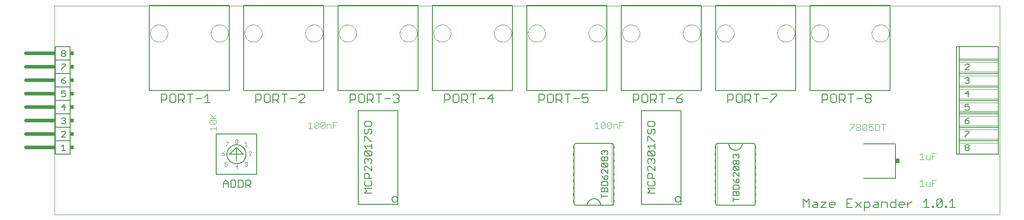
<source format=gto>
G75*
%MOIN*%
%OFA0B0*%
%FSLAX24Y24*%
%IPPOS*%
%LPD*%
%AMOC8*
5,1,8,0,0,1.08239X$1,22.5*
%
%ADD10C,0.0000*%
%ADD11C,0.0070*%
%ADD12C,0.0060*%
%ADD13C,0.0020*%
%ADD14R,0.0050X0.0200*%
%ADD15C,0.0050*%
%ADD16C,0.0080*%
%ADD17C,0.0040*%
%ADD18R,0.0300X0.0340*%
%ADD19C,0.0260*%
%ADD20R,0.0300X0.0260*%
%ADD21R,0.0260X0.0260*%
%ADD22C,0.0030*%
D10*
X005333Y000180D02*
X005333Y015731D01*
X075412Y015731D01*
X075412Y000180D01*
X005333Y000180D01*
X012443Y013680D02*
X012445Y013730D01*
X012451Y013780D01*
X012461Y013829D01*
X012474Y013878D01*
X012492Y013925D01*
X012513Y013971D01*
X012537Y014014D01*
X012565Y014056D01*
X012596Y014096D01*
X012630Y014133D01*
X012667Y014167D01*
X012707Y014198D01*
X012749Y014226D01*
X012792Y014250D01*
X012838Y014271D01*
X012885Y014289D01*
X012934Y014302D01*
X012983Y014312D01*
X013033Y014318D01*
X013083Y014320D01*
X013133Y014318D01*
X013183Y014312D01*
X013232Y014302D01*
X013281Y014289D01*
X013328Y014271D01*
X013374Y014250D01*
X013417Y014226D01*
X013459Y014198D01*
X013499Y014167D01*
X013536Y014133D01*
X013570Y014096D01*
X013601Y014056D01*
X013629Y014014D01*
X013653Y013971D01*
X013674Y013925D01*
X013692Y013878D01*
X013705Y013829D01*
X013715Y013780D01*
X013721Y013730D01*
X013723Y013680D01*
X013721Y013630D01*
X013715Y013580D01*
X013705Y013531D01*
X013692Y013482D01*
X013674Y013435D01*
X013653Y013389D01*
X013629Y013346D01*
X013601Y013304D01*
X013570Y013264D01*
X013536Y013227D01*
X013499Y013193D01*
X013459Y013162D01*
X013417Y013134D01*
X013374Y013110D01*
X013328Y013089D01*
X013281Y013071D01*
X013232Y013058D01*
X013183Y013048D01*
X013133Y013042D01*
X013083Y013040D01*
X013033Y013042D01*
X012983Y013048D01*
X012934Y013058D01*
X012885Y013071D01*
X012838Y013089D01*
X012792Y013110D01*
X012749Y013134D01*
X012707Y013162D01*
X012667Y013193D01*
X012630Y013227D01*
X012596Y013264D01*
X012565Y013304D01*
X012537Y013346D01*
X012513Y013389D01*
X012492Y013435D01*
X012474Y013482D01*
X012461Y013531D01*
X012451Y013580D01*
X012445Y013630D01*
X012443Y013680D01*
X016943Y013680D02*
X016945Y013730D01*
X016951Y013780D01*
X016961Y013829D01*
X016974Y013878D01*
X016992Y013925D01*
X017013Y013971D01*
X017037Y014014D01*
X017065Y014056D01*
X017096Y014096D01*
X017130Y014133D01*
X017167Y014167D01*
X017207Y014198D01*
X017249Y014226D01*
X017292Y014250D01*
X017338Y014271D01*
X017385Y014289D01*
X017434Y014302D01*
X017483Y014312D01*
X017533Y014318D01*
X017583Y014320D01*
X017633Y014318D01*
X017683Y014312D01*
X017732Y014302D01*
X017781Y014289D01*
X017828Y014271D01*
X017874Y014250D01*
X017917Y014226D01*
X017959Y014198D01*
X017999Y014167D01*
X018036Y014133D01*
X018070Y014096D01*
X018101Y014056D01*
X018129Y014014D01*
X018153Y013971D01*
X018174Y013925D01*
X018192Y013878D01*
X018205Y013829D01*
X018215Y013780D01*
X018221Y013730D01*
X018223Y013680D01*
X018221Y013630D01*
X018215Y013580D01*
X018205Y013531D01*
X018192Y013482D01*
X018174Y013435D01*
X018153Y013389D01*
X018129Y013346D01*
X018101Y013304D01*
X018070Y013264D01*
X018036Y013227D01*
X017999Y013193D01*
X017959Y013162D01*
X017917Y013134D01*
X017874Y013110D01*
X017828Y013089D01*
X017781Y013071D01*
X017732Y013058D01*
X017683Y013048D01*
X017633Y013042D01*
X017583Y013040D01*
X017533Y013042D01*
X017483Y013048D01*
X017434Y013058D01*
X017385Y013071D01*
X017338Y013089D01*
X017292Y013110D01*
X017249Y013134D01*
X017207Y013162D01*
X017167Y013193D01*
X017130Y013227D01*
X017096Y013264D01*
X017065Y013304D01*
X017037Y013346D01*
X017013Y013389D01*
X016992Y013435D01*
X016974Y013482D01*
X016961Y013531D01*
X016951Y013580D01*
X016945Y013630D01*
X016943Y013680D01*
X019443Y013680D02*
X019445Y013730D01*
X019451Y013780D01*
X019461Y013829D01*
X019474Y013878D01*
X019492Y013925D01*
X019513Y013971D01*
X019537Y014014D01*
X019565Y014056D01*
X019596Y014096D01*
X019630Y014133D01*
X019667Y014167D01*
X019707Y014198D01*
X019749Y014226D01*
X019792Y014250D01*
X019838Y014271D01*
X019885Y014289D01*
X019934Y014302D01*
X019983Y014312D01*
X020033Y014318D01*
X020083Y014320D01*
X020133Y014318D01*
X020183Y014312D01*
X020232Y014302D01*
X020281Y014289D01*
X020328Y014271D01*
X020374Y014250D01*
X020417Y014226D01*
X020459Y014198D01*
X020499Y014167D01*
X020536Y014133D01*
X020570Y014096D01*
X020601Y014056D01*
X020629Y014014D01*
X020653Y013971D01*
X020674Y013925D01*
X020692Y013878D01*
X020705Y013829D01*
X020715Y013780D01*
X020721Y013730D01*
X020723Y013680D01*
X020721Y013630D01*
X020715Y013580D01*
X020705Y013531D01*
X020692Y013482D01*
X020674Y013435D01*
X020653Y013389D01*
X020629Y013346D01*
X020601Y013304D01*
X020570Y013264D01*
X020536Y013227D01*
X020499Y013193D01*
X020459Y013162D01*
X020417Y013134D01*
X020374Y013110D01*
X020328Y013089D01*
X020281Y013071D01*
X020232Y013058D01*
X020183Y013048D01*
X020133Y013042D01*
X020083Y013040D01*
X020033Y013042D01*
X019983Y013048D01*
X019934Y013058D01*
X019885Y013071D01*
X019838Y013089D01*
X019792Y013110D01*
X019749Y013134D01*
X019707Y013162D01*
X019667Y013193D01*
X019630Y013227D01*
X019596Y013264D01*
X019565Y013304D01*
X019537Y013346D01*
X019513Y013389D01*
X019492Y013435D01*
X019474Y013482D01*
X019461Y013531D01*
X019451Y013580D01*
X019445Y013630D01*
X019443Y013680D01*
X023943Y013680D02*
X023945Y013730D01*
X023951Y013780D01*
X023961Y013829D01*
X023974Y013878D01*
X023992Y013925D01*
X024013Y013971D01*
X024037Y014014D01*
X024065Y014056D01*
X024096Y014096D01*
X024130Y014133D01*
X024167Y014167D01*
X024207Y014198D01*
X024249Y014226D01*
X024292Y014250D01*
X024338Y014271D01*
X024385Y014289D01*
X024434Y014302D01*
X024483Y014312D01*
X024533Y014318D01*
X024583Y014320D01*
X024633Y014318D01*
X024683Y014312D01*
X024732Y014302D01*
X024781Y014289D01*
X024828Y014271D01*
X024874Y014250D01*
X024917Y014226D01*
X024959Y014198D01*
X024999Y014167D01*
X025036Y014133D01*
X025070Y014096D01*
X025101Y014056D01*
X025129Y014014D01*
X025153Y013971D01*
X025174Y013925D01*
X025192Y013878D01*
X025205Y013829D01*
X025215Y013780D01*
X025221Y013730D01*
X025223Y013680D01*
X025221Y013630D01*
X025215Y013580D01*
X025205Y013531D01*
X025192Y013482D01*
X025174Y013435D01*
X025153Y013389D01*
X025129Y013346D01*
X025101Y013304D01*
X025070Y013264D01*
X025036Y013227D01*
X024999Y013193D01*
X024959Y013162D01*
X024917Y013134D01*
X024874Y013110D01*
X024828Y013089D01*
X024781Y013071D01*
X024732Y013058D01*
X024683Y013048D01*
X024633Y013042D01*
X024583Y013040D01*
X024533Y013042D01*
X024483Y013048D01*
X024434Y013058D01*
X024385Y013071D01*
X024338Y013089D01*
X024292Y013110D01*
X024249Y013134D01*
X024207Y013162D01*
X024167Y013193D01*
X024130Y013227D01*
X024096Y013264D01*
X024065Y013304D01*
X024037Y013346D01*
X024013Y013389D01*
X023992Y013435D01*
X023974Y013482D01*
X023961Y013531D01*
X023951Y013580D01*
X023945Y013630D01*
X023943Y013680D01*
X026443Y013680D02*
X026445Y013730D01*
X026451Y013780D01*
X026461Y013829D01*
X026474Y013878D01*
X026492Y013925D01*
X026513Y013971D01*
X026537Y014014D01*
X026565Y014056D01*
X026596Y014096D01*
X026630Y014133D01*
X026667Y014167D01*
X026707Y014198D01*
X026749Y014226D01*
X026792Y014250D01*
X026838Y014271D01*
X026885Y014289D01*
X026934Y014302D01*
X026983Y014312D01*
X027033Y014318D01*
X027083Y014320D01*
X027133Y014318D01*
X027183Y014312D01*
X027232Y014302D01*
X027281Y014289D01*
X027328Y014271D01*
X027374Y014250D01*
X027417Y014226D01*
X027459Y014198D01*
X027499Y014167D01*
X027536Y014133D01*
X027570Y014096D01*
X027601Y014056D01*
X027629Y014014D01*
X027653Y013971D01*
X027674Y013925D01*
X027692Y013878D01*
X027705Y013829D01*
X027715Y013780D01*
X027721Y013730D01*
X027723Y013680D01*
X027721Y013630D01*
X027715Y013580D01*
X027705Y013531D01*
X027692Y013482D01*
X027674Y013435D01*
X027653Y013389D01*
X027629Y013346D01*
X027601Y013304D01*
X027570Y013264D01*
X027536Y013227D01*
X027499Y013193D01*
X027459Y013162D01*
X027417Y013134D01*
X027374Y013110D01*
X027328Y013089D01*
X027281Y013071D01*
X027232Y013058D01*
X027183Y013048D01*
X027133Y013042D01*
X027083Y013040D01*
X027033Y013042D01*
X026983Y013048D01*
X026934Y013058D01*
X026885Y013071D01*
X026838Y013089D01*
X026792Y013110D01*
X026749Y013134D01*
X026707Y013162D01*
X026667Y013193D01*
X026630Y013227D01*
X026596Y013264D01*
X026565Y013304D01*
X026537Y013346D01*
X026513Y013389D01*
X026492Y013435D01*
X026474Y013482D01*
X026461Y013531D01*
X026451Y013580D01*
X026445Y013630D01*
X026443Y013680D01*
X030943Y013680D02*
X030945Y013730D01*
X030951Y013780D01*
X030961Y013829D01*
X030974Y013878D01*
X030992Y013925D01*
X031013Y013971D01*
X031037Y014014D01*
X031065Y014056D01*
X031096Y014096D01*
X031130Y014133D01*
X031167Y014167D01*
X031207Y014198D01*
X031249Y014226D01*
X031292Y014250D01*
X031338Y014271D01*
X031385Y014289D01*
X031434Y014302D01*
X031483Y014312D01*
X031533Y014318D01*
X031583Y014320D01*
X031633Y014318D01*
X031683Y014312D01*
X031732Y014302D01*
X031781Y014289D01*
X031828Y014271D01*
X031874Y014250D01*
X031917Y014226D01*
X031959Y014198D01*
X031999Y014167D01*
X032036Y014133D01*
X032070Y014096D01*
X032101Y014056D01*
X032129Y014014D01*
X032153Y013971D01*
X032174Y013925D01*
X032192Y013878D01*
X032205Y013829D01*
X032215Y013780D01*
X032221Y013730D01*
X032223Y013680D01*
X032221Y013630D01*
X032215Y013580D01*
X032205Y013531D01*
X032192Y013482D01*
X032174Y013435D01*
X032153Y013389D01*
X032129Y013346D01*
X032101Y013304D01*
X032070Y013264D01*
X032036Y013227D01*
X031999Y013193D01*
X031959Y013162D01*
X031917Y013134D01*
X031874Y013110D01*
X031828Y013089D01*
X031781Y013071D01*
X031732Y013058D01*
X031683Y013048D01*
X031633Y013042D01*
X031583Y013040D01*
X031533Y013042D01*
X031483Y013048D01*
X031434Y013058D01*
X031385Y013071D01*
X031338Y013089D01*
X031292Y013110D01*
X031249Y013134D01*
X031207Y013162D01*
X031167Y013193D01*
X031130Y013227D01*
X031096Y013264D01*
X031065Y013304D01*
X031037Y013346D01*
X031013Y013389D01*
X030992Y013435D01*
X030974Y013482D01*
X030961Y013531D01*
X030951Y013580D01*
X030945Y013630D01*
X030943Y013680D01*
X033443Y013680D02*
X033445Y013730D01*
X033451Y013780D01*
X033461Y013829D01*
X033474Y013878D01*
X033492Y013925D01*
X033513Y013971D01*
X033537Y014014D01*
X033565Y014056D01*
X033596Y014096D01*
X033630Y014133D01*
X033667Y014167D01*
X033707Y014198D01*
X033749Y014226D01*
X033792Y014250D01*
X033838Y014271D01*
X033885Y014289D01*
X033934Y014302D01*
X033983Y014312D01*
X034033Y014318D01*
X034083Y014320D01*
X034133Y014318D01*
X034183Y014312D01*
X034232Y014302D01*
X034281Y014289D01*
X034328Y014271D01*
X034374Y014250D01*
X034417Y014226D01*
X034459Y014198D01*
X034499Y014167D01*
X034536Y014133D01*
X034570Y014096D01*
X034601Y014056D01*
X034629Y014014D01*
X034653Y013971D01*
X034674Y013925D01*
X034692Y013878D01*
X034705Y013829D01*
X034715Y013780D01*
X034721Y013730D01*
X034723Y013680D01*
X034721Y013630D01*
X034715Y013580D01*
X034705Y013531D01*
X034692Y013482D01*
X034674Y013435D01*
X034653Y013389D01*
X034629Y013346D01*
X034601Y013304D01*
X034570Y013264D01*
X034536Y013227D01*
X034499Y013193D01*
X034459Y013162D01*
X034417Y013134D01*
X034374Y013110D01*
X034328Y013089D01*
X034281Y013071D01*
X034232Y013058D01*
X034183Y013048D01*
X034133Y013042D01*
X034083Y013040D01*
X034033Y013042D01*
X033983Y013048D01*
X033934Y013058D01*
X033885Y013071D01*
X033838Y013089D01*
X033792Y013110D01*
X033749Y013134D01*
X033707Y013162D01*
X033667Y013193D01*
X033630Y013227D01*
X033596Y013264D01*
X033565Y013304D01*
X033537Y013346D01*
X033513Y013389D01*
X033492Y013435D01*
X033474Y013482D01*
X033461Y013531D01*
X033451Y013580D01*
X033445Y013630D01*
X033443Y013680D01*
X037943Y013680D02*
X037945Y013730D01*
X037951Y013780D01*
X037961Y013829D01*
X037974Y013878D01*
X037992Y013925D01*
X038013Y013971D01*
X038037Y014014D01*
X038065Y014056D01*
X038096Y014096D01*
X038130Y014133D01*
X038167Y014167D01*
X038207Y014198D01*
X038249Y014226D01*
X038292Y014250D01*
X038338Y014271D01*
X038385Y014289D01*
X038434Y014302D01*
X038483Y014312D01*
X038533Y014318D01*
X038583Y014320D01*
X038633Y014318D01*
X038683Y014312D01*
X038732Y014302D01*
X038781Y014289D01*
X038828Y014271D01*
X038874Y014250D01*
X038917Y014226D01*
X038959Y014198D01*
X038999Y014167D01*
X039036Y014133D01*
X039070Y014096D01*
X039101Y014056D01*
X039129Y014014D01*
X039153Y013971D01*
X039174Y013925D01*
X039192Y013878D01*
X039205Y013829D01*
X039215Y013780D01*
X039221Y013730D01*
X039223Y013680D01*
X039221Y013630D01*
X039215Y013580D01*
X039205Y013531D01*
X039192Y013482D01*
X039174Y013435D01*
X039153Y013389D01*
X039129Y013346D01*
X039101Y013304D01*
X039070Y013264D01*
X039036Y013227D01*
X038999Y013193D01*
X038959Y013162D01*
X038917Y013134D01*
X038874Y013110D01*
X038828Y013089D01*
X038781Y013071D01*
X038732Y013058D01*
X038683Y013048D01*
X038633Y013042D01*
X038583Y013040D01*
X038533Y013042D01*
X038483Y013048D01*
X038434Y013058D01*
X038385Y013071D01*
X038338Y013089D01*
X038292Y013110D01*
X038249Y013134D01*
X038207Y013162D01*
X038167Y013193D01*
X038130Y013227D01*
X038096Y013264D01*
X038065Y013304D01*
X038037Y013346D01*
X038013Y013389D01*
X037992Y013435D01*
X037974Y013482D01*
X037961Y013531D01*
X037951Y013580D01*
X037945Y013630D01*
X037943Y013680D01*
X040443Y013680D02*
X040445Y013730D01*
X040451Y013780D01*
X040461Y013829D01*
X040474Y013878D01*
X040492Y013925D01*
X040513Y013971D01*
X040537Y014014D01*
X040565Y014056D01*
X040596Y014096D01*
X040630Y014133D01*
X040667Y014167D01*
X040707Y014198D01*
X040749Y014226D01*
X040792Y014250D01*
X040838Y014271D01*
X040885Y014289D01*
X040934Y014302D01*
X040983Y014312D01*
X041033Y014318D01*
X041083Y014320D01*
X041133Y014318D01*
X041183Y014312D01*
X041232Y014302D01*
X041281Y014289D01*
X041328Y014271D01*
X041374Y014250D01*
X041417Y014226D01*
X041459Y014198D01*
X041499Y014167D01*
X041536Y014133D01*
X041570Y014096D01*
X041601Y014056D01*
X041629Y014014D01*
X041653Y013971D01*
X041674Y013925D01*
X041692Y013878D01*
X041705Y013829D01*
X041715Y013780D01*
X041721Y013730D01*
X041723Y013680D01*
X041721Y013630D01*
X041715Y013580D01*
X041705Y013531D01*
X041692Y013482D01*
X041674Y013435D01*
X041653Y013389D01*
X041629Y013346D01*
X041601Y013304D01*
X041570Y013264D01*
X041536Y013227D01*
X041499Y013193D01*
X041459Y013162D01*
X041417Y013134D01*
X041374Y013110D01*
X041328Y013089D01*
X041281Y013071D01*
X041232Y013058D01*
X041183Y013048D01*
X041133Y013042D01*
X041083Y013040D01*
X041033Y013042D01*
X040983Y013048D01*
X040934Y013058D01*
X040885Y013071D01*
X040838Y013089D01*
X040792Y013110D01*
X040749Y013134D01*
X040707Y013162D01*
X040667Y013193D01*
X040630Y013227D01*
X040596Y013264D01*
X040565Y013304D01*
X040537Y013346D01*
X040513Y013389D01*
X040492Y013435D01*
X040474Y013482D01*
X040461Y013531D01*
X040451Y013580D01*
X040445Y013630D01*
X040443Y013680D01*
X044943Y013680D02*
X044945Y013730D01*
X044951Y013780D01*
X044961Y013829D01*
X044974Y013878D01*
X044992Y013925D01*
X045013Y013971D01*
X045037Y014014D01*
X045065Y014056D01*
X045096Y014096D01*
X045130Y014133D01*
X045167Y014167D01*
X045207Y014198D01*
X045249Y014226D01*
X045292Y014250D01*
X045338Y014271D01*
X045385Y014289D01*
X045434Y014302D01*
X045483Y014312D01*
X045533Y014318D01*
X045583Y014320D01*
X045633Y014318D01*
X045683Y014312D01*
X045732Y014302D01*
X045781Y014289D01*
X045828Y014271D01*
X045874Y014250D01*
X045917Y014226D01*
X045959Y014198D01*
X045999Y014167D01*
X046036Y014133D01*
X046070Y014096D01*
X046101Y014056D01*
X046129Y014014D01*
X046153Y013971D01*
X046174Y013925D01*
X046192Y013878D01*
X046205Y013829D01*
X046215Y013780D01*
X046221Y013730D01*
X046223Y013680D01*
X046221Y013630D01*
X046215Y013580D01*
X046205Y013531D01*
X046192Y013482D01*
X046174Y013435D01*
X046153Y013389D01*
X046129Y013346D01*
X046101Y013304D01*
X046070Y013264D01*
X046036Y013227D01*
X045999Y013193D01*
X045959Y013162D01*
X045917Y013134D01*
X045874Y013110D01*
X045828Y013089D01*
X045781Y013071D01*
X045732Y013058D01*
X045683Y013048D01*
X045633Y013042D01*
X045583Y013040D01*
X045533Y013042D01*
X045483Y013048D01*
X045434Y013058D01*
X045385Y013071D01*
X045338Y013089D01*
X045292Y013110D01*
X045249Y013134D01*
X045207Y013162D01*
X045167Y013193D01*
X045130Y013227D01*
X045096Y013264D01*
X045065Y013304D01*
X045037Y013346D01*
X045013Y013389D01*
X044992Y013435D01*
X044974Y013482D01*
X044961Y013531D01*
X044951Y013580D01*
X044945Y013630D01*
X044943Y013680D01*
X047443Y013680D02*
X047445Y013730D01*
X047451Y013780D01*
X047461Y013829D01*
X047474Y013878D01*
X047492Y013925D01*
X047513Y013971D01*
X047537Y014014D01*
X047565Y014056D01*
X047596Y014096D01*
X047630Y014133D01*
X047667Y014167D01*
X047707Y014198D01*
X047749Y014226D01*
X047792Y014250D01*
X047838Y014271D01*
X047885Y014289D01*
X047934Y014302D01*
X047983Y014312D01*
X048033Y014318D01*
X048083Y014320D01*
X048133Y014318D01*
X048183Y014312D01*
X048232Y014302D01*
X048281Y014289D01*
X048328Y014271D01*
X048374Y014250D01*
X048417Y014226D01*
X048459Y014198D01*
X048499Y014167D01*
X048536Y014133D01*
X048570Y014096D01*
X048601Y014056D01*
X048629Y014014D01*
X048653Y013971D01*
X048674Y013925D01*
X048692Y013878D01*
X048705Y013829D01*
X048715Y013780D01*
X048721Y013730D01*
X048723Y013680D01*
X048721Y013630D01*
X048715Y013580D01*
X048705Y013531D01*
X048692Y013482D01*
X048674Y013435D01*
X048653Y013389D01*
X048629Y013346D01*
X048601Y013304D01*
X048570Y013264D01*
X048536Y013227D01*
X048499Y013193D01*
X048459Y013162D01*
X048417Y013134D01*
X048374Y013110D01*
X048328Y013089D01*
X048281Y013071D01*
X048232Y013058D01*
X048183Y013048D01*
X048133Y013042D01*
X048083Y013040D01*
X048033Y013042D01*
X047983Y013048D01*
X047934Y013058D01*
X047885Y013071D01*
X047838Y013089D01*
X047792Y013110D01*
X047749Y013134D01*
X047707Y013162D01*
X047667Y013193D01*
X047630Y013227D01*
X047596Y013264D01*
X047565Y013304D01*
X047537Y013346D01*
X047513Y013389D01*
X047492Y013435D01*
X047474Y013482D01*
X047461Y013531D01*
X047451Y013580D01*
X047445Y013630D01*
X047443Y013680D01*
X051943Y013680D02*
X051945Y013730D01*
X051951Y013780D01*
X051961Y013829D01*
X051974Y013878D01*
X051992Y013925D01*
X052013Y013971D01*
X052037Y014014D01*
X052065Y014056D01*
X052096Y014096D01*
X052130Y014133D01*
X052167Y014167D01*
X052207Y014198D01*
X052249Y014226D01*
X052292Y014250D01*
X052338Y014271D01*
X052385Y014289D01*
X052434Y014302D01*
X052483Y014312D01*
X052533Y014318D01*
X052583Y014320D01*
X052633Y014318D01*
X052683Y014312D01*
X052732Y014302D01*
X052781Y014289D01*
X052828Y014271D01*
X052874Y014250D01*
X052917Y014226D01*
X052959Y014198D01*
X052999Y014167D01*
X053036Y014133D01*
X053070Y014096D01*
X053101Y014056D01*
X053129Y014014D01*
X053153Y013971D01*
X053174Y013925D01*
X053192Y013878D01*
X053205Y013829D01*
X053215Y013780D01*
X053221Y013730D01*
X053223Y013680D01*
X053221Y013630D01*
X053215Y013580D01*
X053205Y013531D01*
X053192Y013482D01*
X053174Y013435D01*
X053153Y013389D01*
X053129Y013346D01*
X053101Y013304D01*
X053070Y013264D01*
X053036Y013227D01*
X052999Y013193D01*
X052959Y013162D01*
X052917Y013134D01*
X052874Y013110D01*
X052828Y013089D01*
X052781Y013071D01*
X052732Y013058D01*
X052683Y013048D01*
X052633Y013042D01*
X052583Y013040D01*
X052533Y013042D01*
X052483Y013048D01*
X052434Y013058D01*
X052385Y013071D01*
X052338Y013089D01*
X052292Y013110D01*
X052249Y013134D01*
X052207Y013162D01*
X052167Y013193D01*
X052130Y013227D01*
X052096Y013264D01*
X052065Y013304D01*
X052037Y013346D01*
X052013Y013389D01*
X051992Y013435D01*
X051974Y013482D01*
X051961Y013531D01*
X051951Y013580D01*
X051945Y013630D01*
X051943Y013680D01*
X054443Y013680D02*
X054445Y013730D01*
X054451Y013780D01*
X054461Y013829D01*
X054474Y013878D01*
X054492Y013925D01*
X054513Y013971D01*
X054537Y014014D01*
X054565Y014056D01*
X054596Y014096D01*
X054630Y014133D01*
X054667Y014167D01*
X054707Y014198D01*
X054749Y014226D01*
X054792Y014250D01*
X054838Y014271D01*
X054885Y014289D01*
X054934Y014302D01*
X054983Y014312D01*
X055033Y014318D01*
X055083Y014320D01*
X055133Y014318D01*
X055183Y014312D01*
X055232Y014302D01*
X055281Y014289D01*
X055328Y014271D01*
X055374Y014250D01*
X055417Y014226D01*
X055459Y014198D01*
X055499Y014167D01*
X055536Y014133D01*
X055570Y014096D01*
X055601Y014056D01*
X055629Y014014D01*
X055653Y013971D01*
X055674Y013925D01*
X055692Y013878D01*
X055705Y013829D01*
X055715Y013780D01*
X055721Y013730D01*
X055723Y013680D01*
X055721Y013630D01*
X055715Y013580D01*
X055705Y013531D01*
X055692Y013482D01*
X055674Y013435D01*
X055653Y013389D01*
X055629Y013346D01*
X055601Y013304D01*
X055570Y013264D01*
X055536Y013227D01*
X055499Y013193D01*
X055459Y013162D01*
X055417Y013134D01*
X055374Y013110D01*
X055328Y013089D01*
X055281Y013071D01*
X055232Y013058D01*
X055183Y013048D01*
X055133Y013042D01*
X055083Y013040D01*
X055033Y013042D01*
X054983Y013048D01*
X054934Y013058D01*
X054885Y013071D01*
X054838Y013089D01*
X054792Y013110D01*
X054749Y013134D01*
X054707Y013162D01*
X054667Y013193D01*
X054630Y013227D01*
X054596Y013264D01*
X054565Y013304D01*
X054537Y013346D01*
X054513Y013389D01*
X054492Y013435D01*
X054474Y013482D01*
X054461Y013531D01*
X054451Y013580D01*
X054445Y013630D01*
X054443Y013680D01*
X058943Y013680D02*
X058945Y013730D01*
X058951Y013780D01*
X058961Y013829D01*
X058974Y013878D01*
X058992Y013925D01*
X059013Y013971D01*
X059037Y014014D01*
X059065Y014056D01*
X059096Y014096D01*
X059130Y014133D01*
X059167Y014167D01*
X059207Y014198D01*
X059249Y014226D01*
X059292Y014250D01*
X059338Y014271D01*
X059385Y014289D01*
X059434Y014302D01*
X059483Y014312D01*
X059533Y014318D01*
X059583Y014320D01*
X059633Y014318D01*
X059683Y014312D01*
X059732Y014302D01*
X059781Y014289D01*
X059828Y014271D01*
X059874Y014250D01*
X059917Y014226D01*
X059959Y014198D01*
X059999Y014167D01*
X060036Y014133D01*
X060070Y014096D01*
X060101Y014056D01*
X060129Y014014D01*
X060153Y013971D01*
X060174Y013925D01*
X060192Y013878D01*
X060205Y013829D01*
X060215Y013780D01*
X060221Y013730D01*
X060223Y013680D01*
X060221Y013630D01*
X060215Y013580D01*
X060205Y013531D01*
X060192Y013482D01*
X060174Y013435D01*
X060153Y013389D01*
X060129Y013346D01*
X060101Y013304D01*
X060070Y013264D01*
X060036Y013227D01*
X059999Y013193D01*
X059959Y013162D01*
X059917Y013134D01*
X059874Y013110D01*
X059828Y013089D01*
X059781Y013071D01*
X059732Y013058D01*
X059683Y013048D01*
X059633Y013042D01*
X059583Y013040D01*
X059533Y013042D01*
X059483Y013048D01*
X059434Y013058D01*
X059385Y013071D01*
X059338Y013089D01*
X059292Y013110D01*
X059249Y013134D01*
X059207Y013162D01*
X059167Y013193D01*
X059130Y013227D01*
X059096Y013264D01*
X059065Y013304D01*
X059037Y013346D01*
X059013Y013389D01*
X058992Y013435D01*
X058974Y013482D01*
X058961Y013531D01*
X058951Y013580D01*
X058945Y013630D01*
X058943Y013680D01*
X061443Y013680D02*
X061445Y013730D01*
X061451Y013780D01*
X061461Y013829D01*
X061474Y013878D01*
X061492Y013925D01*
X061513Y013971D01*
X061537Y014014D01*
X061565Y014056D01*
X061596Y014096D01*
X061630Y014133D01*
X061667Y014167D01*
X061707Y014198D01*
X061749Y014226D01*
X061792Y014250D01*
X061838Y014271D01*
X061885Y014289D01*
X061934Y014302D01*
X061983Y014312D01*
X062033Y014318D01*
X062083Y014320D01*
X062133Y014318D01*
X062183Y014312D01*
X062232Y014302D01*
X062281Y014289D01*
X062328Y014271D01*
X062374Y014250D01*
X062417Y014226D01*
X062459Y014198D01*
X062499Y014167D01*
X062536Y014133D01*
X062570Y014096D01*
X062601Y014056D01*
X062629Y014014D01*
X062653Y013971D01*
X062674Y013925D01*
X062692Y013878D01*
X062705Y013829D01*
X062715Y013780D01*
X062721Y013730D01*
X062723Y013680D01*
X062721Y013630D01*
X062715Y013580D01*
X062705Y013531D01*
X062692Y013482D01*
X062674Y013435D01*
X062653Y013389D01*
X062629Y013346D01*
X062601Y013304D01*
X062570Y013264D01*
X062536Y013227D01*
X062499Y013193D01*
X062459Y013162D01*
X062417Y013134D01*
X062374Y013110D01*
X062328Y013089D01*
X062281Y013071D01*
X062232Y013058D01*
X062183Y013048D01*
X062133Y013042D01*
X062083Y013040D01*
X062033Y013042D01*
X061983Y013048D01*
X061934Y013058D01*
X061885Y013071D01*
X061838Y013089D01*
X061792Y013110D01*
X061749Y013134D01*
X061707Y013162D01*
X061667Y013193D01*
X061630Y013227D01*
X061596Y013264D01*
X061565Y013304D01*
X061537Y013346D01*
X061513Y013389D01*
X061492Y013435D01*
X061474Y013482D01*
X061461Y013531D01*
X061451Y013580D01*
X061445Y013630D01*
X061443Y013680D01*
X065943Y013680D02*
X065945Y013730D01*
X065951Y013780D01*
X065961Y013829D01*
X065974Y013878D01*
X065992Y013925D01*
X066013Y013971D01*
X066037Y014014D01*
X066065Y014056D01*
X066096Y014096D01*
X066130Y014133D01*
X066167Y014167D01*
X066207Y014198D01*
X066249Y014226D01*
X066292Y014250D01*
X066338Y014271D01*
X066385Y014289D01*
X066434Y014302D01*
X066483Y014312D01*
X066533Y014318D01*
X066583Y014320D01*
X066633Y014318D01*
X066683Y014312D01*
X066732Y014302D01*
X066781Y014289D01*
X066828Y014271D01*
X066874Y014250D01*
X066917Y014226D01*
X066959Y014198D01*
X066999Y014167D01*
X067036Y014133D01*
X067070Y014096D01*
X067101Y014056D01*
X067129Y014014D01*
X067153Y013971D01*
X067174Y013925D01*
X067192Y013878D01*
X067205Y013829D01*
X067215Y013780D01*
X067221Y013730D01*
X067223Y013680D01*
X067221Y013630D01*
X067215Y013580D01*
X067205Y013531D01*
X067192Y013482D01*
X067174Y013435D01*
X067153Y013389D01*
X067129Y013346D01*
X067101Y013304D01*
X067070Y013264D01*
X067036Y013227D01*
X066999Y013193D01*
X066959Y013162D01*
X066917Y013134D01*
X066874Y013110D01*
X066828Y013089D01*
X066781Y013071D01*
X066732Y013058D01*
X066683Y013048D01*
X066633Y013042D01*
X066583Y013040D01*
X066533Y013042D01*
X066483Y013048D01*
X066434Y013058D01*
X066385Y013071D01*
X066338Y013089D01*
X066292Y013110D01*
X066249Y013134D01*
X066207Y013162D01*
X066167Y013193D01*
X066130Y013227D01*
X066096Y013264D01*
X066065Y013304D01*
X066037Y013346D01*
X066013Y013389D01*
X065992Y013435D01*
X065974Y013482D01*
X065961Y013531D01*
X065951Y013580D01*
X065945Y013630D01*
X065943Y013680D01*
D11*
X064511Y001346D02*
X064091Y001346D01*
X064091Y000715D01*
X064511Y000715D01*
X064736Y000715D02*
X065156Y001135D01*
X065380Y001135D02*
X065695Y001135D01*
X065801Y001030D01*
X065801Y000820D01*
X065695Y000715D01*
X065380Y000715D01*
X065380Y000505D02*
X065380Y001135D01*
X065156Y000715D02*
X064736Y001135D01*
X064301Y001030D02*
X064091Y001030D01*
X063222Y001030D02*
X063117Y001135D01*
X062907Y001135D01*
X062802Y001030D01*
X062802Y000820D01*
X062907Y000715D01*
X063117Y000715D01*
X063222Y000925D02*
X062802Y000925D01*
X062578Y000715D02*
X062157Y000715D01*
X062578Y001135D01*
X062157Y001135D01*
X061933Y001030D02*
X061933Y000715D01*
X061618Y000715D01*
X061513Y000820D01*
X061618Y000925D01*
X061933Y000925D01*
X061933Y001030D02*
X061828Y001135D01*
X061618Y001135D01*
X061289Y001346D02*
X061289Y000715D01*
X060868Y000715D02*
X060868Y001346D01*
X061079Y001135D01*
X061289Y001346D01*
X063222Y001030D02*
X063222Y000925D01*
X066025Y000820D02*
X066130Y000925D01*
X066445Y000925D01*
X066445Y001030D02*
X066445Y000715D01*
X066130Y000715D01*
X066025Y000820D01*
X066340Y001135D02*
X066445Y001030D01*
X066340Y001135D02*
X066130Y001135D01*
X066669Y001135D02*
X066985Y001135D01*
X067090Y001030D01*
X067090Y000715D01*
X067314Y000820D02*
X067314Y001030D01*
X067419Y001135D01*
X067734Y001135D01*
X067734Y001346D02*
X067734Y000715D01*
X067419Y000715D01*
X067314Y000820D01*
X067958Y000820D02*
X067958Y001030D01*
X068063Y001135D01*
X068274Y001135D01*
X068379Y001030D01*
X068379Y000925D01*
X067958Y000925D01*
X067958Y000820D02*
X068063Y000715D01*
X068274Y000715D01*
X068603Y000715D02*
X068603Y001135D01*
X068603Y000925D02*
X068813Y001135D01*
X068918Y001135D01*
X069785Y001135D02*
X069995Y001346D01*
X069995Y000715D01*
X069785Y000715D02*
X070205Y000715D01*
X070429Y000715D02*
X070534Y000715D01*
X070534Y000820D01*
X070429Y000820D01*
X070429Y000715D01*
X070751Y000820D02*
X071172Y001240D01*
X071172Y000820D01*
X071067Y000715D01*
X070857Y000715D01*
X070751Y000820D01*
X070751Y001240D01*
X070857Y001346D01*
X071067Y001346D01*
X071172Y001240D01*
X071718Y001135D02*
X071928Y001346D01*
X071928Y000715D01*
X071718Y000715D02*
X072139Y000715D01*
X071501Y000715D02*
X071396Y000715D01*
X071396Y000820D01*
X071501Y000820D01*
X071501Y000715D01*
X066669Y000715D02*
X066669Y001135D01*
D12*
X057303Y001030D02*
X057303Y005330D01*
X057301Y005353D01*
X057296Y005376D01*
X057287Y005398D01*
X057274Y005418D01*
X057259Y005436D01*
X057241Y005451D01*
X057221Y005464D01*
X057199Y005473D01*
X057176Y005478D01*
X057153Y005480D01*
X056333Y005480D01*
X055333Y005480D01*
X054513Y005480D01*
X054490Y005478D01*
X054467Y005473D01*
X054445Y005464D01*
X054425Y005451D01*
X054407Y005436D01*
X054392Y005418D01*
X054379Y005398D01*
X054370Y005376D01*
X054365Y005353D01*
X054363Y005330D01*
X054363Y001030D01*
X054365Y001007D01*
X054370Y000984D01*
X054379Y000962D01*
X054392Y000942D01*
X054407Y000924D01*
X054425Y000909D01*
X054445Y000896D01*
X054467Y000887D01*
X054490Y000882D01*
X054513Y000880D01*
X057153Y000880D01*
X057176Y000882D01*
X057199Y000887D01*
X057221Y000896D01*
X057241Y000909D01*
X057259Y000924D01*
X057274Y000942D01*
X057287Y000962D01*
X057296Y000984D01*
X057301Y001007D01*
X057303Y001030D01*
X051795Y000960D02*
X048871Y000960D01*
X048871Y007910D01*
X051795Y007910D01*
X051795Y000960D01*
X051363Y001330D02*
X051365Y001359D01*
X051371Y001387D01*
X051380Y001414D01*
X051394Y001439D01*
X051410Y001463D01*
X051430Y001483D01*
X051452Y001502D01*
X051476Y001516D01*
X051503Y001528D01*
X051530Y001536D01*
X051559Y001540D01*
X051587Y001540D01*
X051616Y001536D01*
X051643Y001528D01*
X051670Y001516D01*
X051694Y001502D01*
X051716Y001483D01*
X051736Y001463D01*
X051752Y001439D01*
X051766Y001414D01*
X051775Y001387D01*
X051781Y001359D01*
X051783Y001330D01*
X051781Y001301D01*
X051775Y001273D01*
X051766Y001246D01*
X051752Y001221D01*
X051736Y001197D01*
X051716Y001177D01*
X051694Y001158D01*
X051670Y001144D01*
X051643Y001132D01*
X051616Y001124D01*
X051587Y001120D01*
X051559Y001120D01*
X051530Y001124D01*
X051503Y001132D01*
X051476Y001144D01*
X051452Y001158D01*
X051430Y001177D01*
X051410Y001197D01*
X051394Y001221D01*
X051380Y001246D01*
X051371Y001273D01*
X051365Y001301D01*
X051363Y001330D01*
X049853Y001785D02*
X049313Y001785D01*
X049493Y001965D01*
X049313Y002146D01*
X049853Y002146D01*
X049763Y002338D02*
X049853Y002428D01*
X049853Y002608D01*
X049763Y002698D01*
X049673Y002890D02*
X049673Y003160D01*
X049583Y003251D01*
X049403Y003251D01*
X049313Y003160D01*
X049313Y002890D01*
X049853Y002890D01*
X049403Y002698D02*
X049313Y002608D01*
X049313Y002428D01*
X049403Y002338D01*
X049763Y002338D01*
X049853Y003443D02*
X049493Y003803D01*
X049403Y003803D01*
X049313Y003713D01*
X049313Y003533D01*
X049403Y003443D01*
X049853Y003443D02*
X049853Y003803D01*
X049763Y003995D02*
X049853Y004085D01*
X049853Y004265D01*
X049763Y004355D01*
X049673Y004355D01*
X049583Y004265D01*
X049583Y004175D01*
X049583Y004265D02*
X049493Y004355D01*
X049403Y004355D01*
X049313Y004265D01*
X049313Y004085D01*
X049403Y003995D01*
X049403Y004548D02*
X049313Y004638D01*
X049313Y004818D01*
X049403Y004908D01*
X049763Y004548D01*
X049853Y004638D01*
X049853Y004818D01*
X049763Y004908D01*
X049403Y004908D01*
X049493Y005100D02*
X049313Y005280D01*
X049853Y005280D01*
X049853Y005100D02*
X049853Y005460D01*
X049853Y005653D02*
X049763Y005653D01*
X049403Y006013D01*
X049313Y006013D01*
X049313Y005653D01*
X049403Y006205D02*
X049493Y006205D01*
X049583Y006295D01*
X049583Y006475D01*
X049673Y006565D01*
X049763Y006565D01*
X049853Y006475D01*
X049853Y006295D01*
X049763Y006205D01*
X049403Y006205D02*
X049313Y006295D01*
X049313Y006475D01*
X049403Y006565D01*
X049403Y006758D02*
X049763Y006758D01*
X049853Y006848D01*
X049853Y007028D01*
X049763Y007118D01*
X049403Y007118D01*
X049313Y007028D01*
X049313Y006848D01*
X049403Y006758D01*
X046653Y005480D02*
X044013Y005480D01*
X043990Y005478D01*
X043967Y005473D01*
X043945Y005464D01*
X043925Y005451D01*
X043907Y005436D01*
X043892Y005418D01*
X043879Y005398D01*
X043870Y005376D01*
X043865Y005353D01*
X043863Y005330D01*
X043863Y001030D01*
X043865Y001007D01*
X043870Y000984D01*
X043879Y000962D01*
X043892Y000942D01*
X043907Y000924D01*
X043925Y000909D01*
X043945Y000896D01*
X043967Y000887D01*
X043990Y000882D01*
X044013Y000880D01*
X044833Y000880D01*
X045833Y000880D01*
X046653Y000880D01*
X046676Y000882D01*
X046699Y000887D01*
X046721Y000896D01*
X046741Y000909D01*
X046759Y000924D01*
X046774Y000942D01*
X046787Y000962D01*
X046796Y000984D01*
X046801Y001007D01*
X046803Y001030D01*
X046803Y005330D01*
X046801Y005353D01*
X046796Y005376D01*
X046787Y005398D01*
X046774Y005418D01*
X046759Y005436D01*
X046741Y005451D01*
X046721Y005464D01*
X046699Y005473D01*
X046676Y005478D01*
X046653Y005480D01*
X049403Y004548D02*
X049763Y004548D01*
X055333Y005480D02*
X055335Y005436D01*
X055341Y005393D01*
X055350Y005351D01*
X055363Y005309D01*
X055380Y005269D01*
X055400Y005230D01*
X055423Y005193D01*
X055450Y005159D01*
X055479Y005126D01*
X055512Y005097D01*
X055546Y005070D01*
X055583Y005047D01*
X055622Y005027D01*
X055662Y005010D01*
X055704Y004997D01*
X055746Y004988D01*
X055789Y004982D01*
X055833Y004980D01*
X055877Y004982D01*
X055920Y004988D01*
X055962Y004997D01*
X056004Y005010D01*
X056044Y005027D01*
X056083Y005047D01*
X056120Y005070D01*
X056154Y005097D01*
X056187Y005126D01*
X056216Y005159D01*
X056243Y005193D01*
X056266Y005230D01*
X056286Y005269D01*
X056303Y005309D01*
X056316Y005351D01*
X056325Y005393D01*
X056331Y005436D01*
X056333Y005480D01*
X056211Y008510D02*
X056318Y008617D01*
X056318Y009044D01*
X056211Y009151D01*
X055997Y009151D01*
X055891Y009044D01*
X055891Y008617D01*
X055997Y008510D01*
X056211Y008510D01*
X056535Y008510D02*
X056535Y009151D01*
X056855Y009151D01*
X056962Y009044D01*
X056962Y008830D01*
X056855Y008724D01*
X056535Y008724D01*
X056749Y008724D02*
X056962Y008510D01*
X057393Y008510D02*
X057393Y009151D01*
X057180Y009151D02*
X057607Y009151D01*
X057824Y008830D02*
X058251Y008830D01*
X058469Y008617D02*
X058469Y008510D01*
X058469Y008617D02*
X058896Y009044D01*
X058896Y009151D01*
X058469Y009151D01*
X055673Y009044D02*
X055673Y008830D01*
X055566Y008724D01*
X055246Y008724D01*
X055246Y008510D02*
X055246Y009151D01*
X055566Y009151D01*
X055673Y009044D01*
X051896Y009151D02*
X051682Y009044D01*
X051469Y008830D01*
X051789Y008830D01*
X051896Y008724D01*
X051896Y008617D01*
X051789Y008510D01*
X051576Y008510D01*
X051469Y008617D01*
X051469Y008830D01*
X051251Y008830D02*
X050824Y008830D01*
X050607Y009151D02*
X050180Y009151D01*
X050393Y009151D02*
X050393Y008510D01*
X049962Y008510D02*
X049749Y008724D01*
X049855Y008724D02*
X049535Y008724D01*
X049535Y008510D02*
X049535Y009151D01*
X049855Y009151D01*
X049962Y009044D01*
X049962Y008830D01*
X049855Y008724D01*
X049318Y008617D02*
X049318Y009044D01*
X049211Y009151D01*
X048997Y009151D01*
X048891Y009044D01*
X048891Y008617D01*
X048997Y008510D01*
X049211Y008510D01*
X049318Y008617D01*
X048673Y008830D02*
X048566Y008724D01*
X048246Y008724D01*
X048246Y008510D02*
X048246Y009151D01*
X048566Y009151D01*
X048673Y009044D01*
X048673Y008830D01*
X044896Y008830D02*
X044896Y008617D01*
X044789Y008510D01*
X044576Y008510D01*
X044469Y008617D01*
X044469Y008830D02*
X044682Y008937D01*
X044789Y008937D01*
X044896Y008830D01*
X044896Y009151D02*
X044469Y009151D01*
X044469Y008830D01*
X044251Y008830D02*
X043824Y008830D01*
X043607Y009151D02*
X043180Y009151D01*
X043393Y009151D02*
X043393Y008510D01*
X042962Y008510D02*
X042749Y008724D01*
X042855Y008724D02*
X042535Y008724D01*
X042535Y008510D02*
X042535Y009151D01*
X042855Y009151D01*
X042962Y009044D01*
X042962Y008830D01*
X042855Y008724D01*
X042318Y008617D02*
X042211Y008510D01*
X041997Y008510D01*
X041891Y008617D01*
X041891Y009044D01*
X041997Y009151D01*
X042211Y009151D01*
X042318Y009044D01*
X042318Y008617D01*
X041673Y008830D02*
X041566Y008724D01*
X041246Y008724D01*
X041246Y008510D02*
X041246Y009151D01*
X041566Y009151D01*
X041673Y009044D01*
X041673Y008830D01*
X037896Y008830D02*
X037469Y008830D01*
X037789Y009151D01*
X037789Y008510D01*
X036393Y008510D02*
X036393Y009151D01*
X036180Y009151D02*
X036607Y009151D01*
X036824Y008830D02*
X037251Y008830D01*
X035962Y008830D02*
X035855Y008724D01*
X035535Y008724D01*
X035749Y008724D02*
X035962Y008510D01*
X035535Y008510D02*
X035535Y009151D01*
X035855Y009151D01*
X035962Y009044D01*
X035962Y008830D01*
X035318Y008617D02*
X035318Y009044D01*
X035211Y009151D01*
X034997Y009151D01*
X034891Y009044D01*
X034891Y008617D01*
X034997Y008510D01*
X035211Y008510D01*
X035318Y008617D01*
X034673Y008830D02*
X034566Y008724D01*
X034246Y008724D01*
X034246Y008510D02*
X034246Y009151D01*
X034566Y009151D01*
X034673Y009044D01*
X034673Y008830D01*
X030896Y008724D02*
X030896Y008617D01*
X030789Y008510D01*
X030576Y008510D01*
X030469Y008617D01*
X030682Y008830D02*
X030789Y008830D01*
X030896Y008724D01*
X030789Y008830D02*
X030896Y008937D01*
X030896Y009044D01*
X030789Y009151D01*
X030576Y009151D01*
X030469Y009044D01*
X030251Y008830D02*
X029824Y008830D01*
X029607Y009151D02*
X029180Y009151D01*
X029393Y009151D02*
X029393Y008510D01*
X028962Y008510D02*
X028749Y008724D01*
X028855Y008724D02*
X028535Y008724D01*
X028535Y008510D02*
X028535Y009151D01*
X028855Y009151D01*
X028962Y009044D01*
X028962Y008830D01*
X028855Y008724D01*
X028318Y008617D02*
X028211Y008510D01*
X027997Y008510D01*
X027891Y008617D01*
X027891Y009044D01*
X027997Y009151D01*
X028211Y009151D01*
X028318Y009044D01*
X028318Y008617D01*
X027673Y008830D02*
X027566Y008724D01*
X027246Y008724D01*
X027246Y008510D02*
X027246Y009151D01*
X027566Y009151D01*
X027673Y009044D01*
X027673Y008830D01*
X027871Y007910D02*
X027871Y000960D01*
X030795Y000960D01*
X030795Y007910D01*
X027871Y007910D01*
X028403Y007118D02*
X028313Y007028D01*
X028313Y006848D01*
X028403Y006758D01*
X028763Y006758D01*
X028853Y006848D01*
X028853Y007028D01*
X028763Y007118D01*
X028403Y007118D01*
X028403Y006565D02*
X028313Y006475D01*
X028313Y006295D01*
X028403Y006205D01*
X028493Y006205D01*
X028583Y006295D01*
X028583Y006475D01*
X028673Y006565D01*
X028763Y006565D01*
X028853Y006475D01*
X028853Y006295D01*
X028763Y006205D01*
X028403Y006013D02*
X028763Y005653D01*
X028853Y005653D01*
X028853Y005460D02*
X028853Y005100D01*
X028853Y005280D02*
X028313Y005280D01*
X028493Y005100D01*
X028403Y004908D02*
X028763Y004548D01*
X028853Y004638D01*
X028853Y004818D01*
X028763Y004908D01*
X028403Y004908D01*
X028313Y004818D01*
X028313Y004638D01*
X028403Y004548D01*
X028763Y004548D01*
X028763Y004355D02*
X028673Y004355D01*
X028583Y004265D01*
X028583Y004175D01*
X028583Y004265D02*
X028493Y004355D01*
X028403Y004355D01*
X028313Y004265D01*
X028313Y004085D01*
X028403Y003995D01*
X028403Y003803D02*
X028313Y003713D01*
X028313Y003533D01*
X028403Y003443D01*
X028403Y003251D02*
X028583Y003251D01*
X028673Y003160D01*
X028673Y002890D01*
X028853Y002890D02*
X028313Y002890D01*
X028313Y003160D01*
X028403Y003251D01*
X028853Y003443D02*
X028493Y003803D01*
X028403Y003803D01*
X028763Y003995D02*
X028853Y004085D01*
X028853Y004265D01*
X028763Y004355D01*
X028853Y003803D02*
X028853Y003443D01*
X028763Y002698D02*
X028853Y002608D01*
X028853Y002428D01*
X028763Y002338D01*
X028403Y002338D01*
X028313Y002428D01*
X028313Y002608D01*
X028403Y002698D01*
X028313Y002146D02*
X028853Y002146D01*
X028493Y001965D02*
X028313Y002146D01*
X028493Y001965D02*
X028313Y001785D01*
X028853Y001785D01*
X030363Y001330D02*
X030365Y001359D01*
X030371Y001387D01*
X030380Y001414D01*
X030394Y001439D01*
X030410Y001463D01*
X030430Y001483D01*
X030452Y001502D01*
X030476Y001516D01*
X030503Y001528D01*
X030530Y001536D01*
X030559Y001540D01*
X030587Y001540D01*
X030616Y001536D01*
X030643Y001528D01*
X030670Y001516D01*
X030694Y001502D01*
X030716Y001483D01*
X030736Y001463D01*
X030752Y001439D01*
X030766Y001414D01*
X030775Y001387D01*
X030781Y001359D01*
X030783Y001330D01*
X030781Y001301D01*
X030775Y001273D01*
X030766Y001246D01*
X030752Y001221D01*
X030736Y001197D01*
X030716Y001177D01*
X030694Y001158D01*
X030670Y001144D01*
X030643Y001132D01*
X030616Y001124D01*
X030587Y001120D01*
X030559Y001120D01*
X030530Y001124D01*
X030503Y001132D01*
X030476Y001144D01*
X030452Y001158D01*
X030430Y001177D01*
X030410Y001197D01*
X030394Y001221D01*
X030380Y001246D01*
X030371Y001273D01*
X030365Y001301D01*
X030363Y001330D01*
X019881Y002210D02*
X019701Y002390D01*
X019791Y002390D02*
X019521Y002390D01*
X019521Y002210D02*
X019521Y002750D01*
X019791Y002750D01*
X019881Y002660D01*
X019881Y002480D01*
X019791Y002390D01*
X019329Y002300D02*
X019329Y002660D01*
X019239Y002750D01*
X018968Y002750D01*
X018968Y002210D01*
X019239Y002210D01*
X019329Y002300D01*
X018776Y002300D02*
X018776Y002660D01*
X018686Y002750D01*
X018416Y002750D01*
X018416Y002210D01*
X018686Y002210D01*
X018776Y002300D01*
X018224Y002210D02*
X018224Y002570D01*
X018043Y002750D01*
X017863Y002570D01*
X017863Y002210D01*
X017863Y002480D02*
X018224Y002480D01*
X028313Y005653D02*
X028313Y006013D01*
X028403Y006013D01*
X023896Y008510D02*
X023469Y008510D01*
X023896Y008937D01*
X023896Y009044D01*
X023789Y009151D01*
X023576Y009151D01*
X023469Y009044D01*
X023251Y008830D02*
X022824Y008830D01*
X022607Y009151D02*
X022180Y009151D01*
X022393Y009151D02*
X022393Y008510D01*
X021962Y008510D02*
X021749Y008724D01*
X021855Y008724D02*
X021535Y008724D01*
X021535Y008510D02*
X021535Y009151D01*
X021855Y009151D01*
X021962Y009044D01*
X021962Y008830D01*
X021855Y008724D01*
X021318Y008617D02*
X021318Y009044D01*
X021211Y009151D01*
X020997Y009151D01*
X020891Y009044D01*
X020891Y008617D01*
X020997Y008510D01*
X021211Y008510D01*
X021318Y008617D01*
X020673Y008830D02*
X020566Y008724D01*
X020246Y008724D01*
X020246Y008510D02*
X020246Y009151D01*
X020566Y009151D01*
X020673Y009044D01*
X020673Y008830D01*
X016896Y008510D02*
X016469Y008510D01*
X016682Y008510D02*
X016682Y009151D01*
X016469Y008937D01*
X016251Y008830D02*
X015824Y008830D01*
X015607Y009151D02*
X015180Y009151D01*
X015393Y009151D02*
X015393Y008510D01*
X014962Y008510D02*
X014749Y008724D01*
X014855Y008724D02*
X014535Y008724D01*
X014535Y008510D02*
X014535Y009151D01*
X014855Y009151D01*
X014962Y009044D01*
X014962Y008830D01*
X014855Y008724D01*
X014318Y008617D02*
X014211Y008510D01*
X013997Y008510D01*
X013891Y008617D01*
X013891Y009044D01*
X013997Y009151D01*
X014211Y009151D01*
X014318Y009044D01*
X014318Y008617D01*
X013673Y008830D02*
X013566Y008724D01*
X013246Y008724D01*
X013246Y008510D02*
X013246Y009151D01*
X013566Y009151D01*
X013673Y009044D01*
X013673Y008830D01*
X006483Y008680D02*
X006483Y007680D01*
X006483Y006680D01*
X006483Y005680D01*
X006483Y004680D01*
X005383Y004680D01*
X005383Y005680D01*
X005383Y006680D01*
X006483Y006680D01*
X005383Y006680D02*
X005383Y007680D01*
X005383Y008680D01*
X005383Y009680D01*
X006483Y009680D01*
X006483Y008680D01*
X005383Y008680D01*
X005383Y007680D02*
X006483Y007680D01*
X006483Y005680D02*
X005383Y005680D01*
X005383Y009680D02*
X005383Y010680D01*
X005383Y011680D01*
X006483Y011680D01*
X006483Y010680D01*
X006483Y009680D01*
X006483Y010680D02*
X005383Y010680D01*
X005383Y011680D02*
X005383Y012680D01*
X006483Y012680D01*
X006483Y011680D01*
X044833Y000880D02*
X044835Y000924D01*
X044841Y000967D01*
X044850Y001009D01*
X044863Y001051D01*
X044880Y001091D01*
X044900Y001130D01*
X044923Y001167D01*
X044950Y001201D01*
X044979Y001234D01*
X045012Y001263D01*
X045046Y001290D01*
X045083Y001313D01*
X045122Y001333D01*
X045162Y001350D01*
X045204Y001363D01*
X045246Y001372D01*
X045289Y001378D01*
X045333Y001380D01*
X045377Y001378D01*
X045420Y001372D01*
X045462Y001363D01*
X045504Y001350D01*
X045544Y001333D01*
X045583Y001313D01*
X045620Y001290D01*
X045654Y001263D01*
X045687Y001234D01*
X045716Y001201D01*
X045743Y001167D01*
X045766Y001130D01*
X045786Y001091D01*
X045803Y001051D01*
X045816Y001009D01*
X045825Y000967D01*
X045831Y000924D01*
X045833Y000880D01*
X062246Y008510D02*
X062246Y009151D01*
X062566Y009151D01*
X062673Y009044D01*
X062673Y008830D01*
X062566Y008724D01*
X062246Y008724D01*
X062891Y008617D02*
X062997Y008510D01*
X063211Y008510D01*
X063318Y008617D01*
X063318Y009044D01*
X063211Y009151D01*
X062997Y009151D01*
X062891Y009044D01*
X062891Y008617D01*
X063535Y008724D02*
X063855Y008724D01*
X063962Y008830D01*
X063962Y009044D01*
X063855Y009151D01*
X063535Y009151D01*
X063535Y008510D01*
X063749Y008724D02*
X063962Y008510D01*
X064393Y008510D02*
X064393Y009151D01*
X064180Y009151D02*
X064607Y009151D01*
X064824Y008830D02*
X065251Y008830D01*
X065469Y008724D02*
X065576Y008830D01*
X065789Y008830D01*
X065896Y008724D01*
X065896Y008617D01*
X065789Y008510D01*
X065576Y008510D01*
X065469Y008617D01*
X065469Y008724D01*
X065576Y008830D02*
X065469Y008937D01*
X065469Y009044D01*
X065576Y009151D01*
X065789Y009151D01*
X065896Y009044D01*
X065896Y008937D01*
X065789Y008830D01*
X072433Y008830D02*
X072433Y008680D01*
X075333Y008680D01*
X075333Y008530D01*
X075333Y007830D01*
X075333Y007680D01*
X075333Y007530D01*
X075333Y006830D01*
X075333Y006680D01*
X075333Y006530D01*
X075333Y005830D01*
X075333Y005680D01*
X075333Y005530D01*
X075333Y004680D01*
X072433Y004680D01*
X072433Y005530D01*
X072433Y005680D01*
X072433Y005830D01*
X072433Y006530D01*
X072433Y006680D01*
X072433Y006830D01*
X072433Y007530D01*
X072433Y007680D01*
X072433Y007830D01*
X075333Y007830D01*
X075333Y007680D02*
X072433Y007680D01*
X072433Y007830D02*
X072433Y008530D01*
X072433Y008680D01*
X072433Y008830D02*
X072433Y009530D01*
X072433Y009680D01*
X075333Y009680D01*
X075333Y009530D01*
X075333Y008830D01*
X075333Y008680D01*
X075333Y009680D02*
X075333Y009830D01*
X075333Y010530D01*
X075333Y010680D01*
X072433Y010680D01*
X072433Y010530D01*
X072433Y009830D01*
X072433Y009680D01*
X072433Y010680D02*
X072433Y010830D01*
X072433Y011530D01*
X072433Y011680D01*
X075333Y011680D01*
X075333Y011530D01*
X075333Y010830D01*
X075333Y010680D01*
X075333Y011680D02*
X075333Y011830D01*
X075333Y012680D01*
X072433Y012680D01*
X072433Y011830D01*
X072433Y011680D01*
X072433Y012680D02*
X072233Y012680D01*
X072233Y004680D01*
X072433Y004680D01*
X072433Y005680D02*
X075333Y005680D01*
X075333Y006680D02*
X072433Y006680D01*
D13*
X072433Y006830D02*
X075333Y006830D01*
X075333Y006530D02*
X072433Y006530D01*
X072433Y005830D02*
X075333Y005830D01*
X075333Y005530D02*
X072433Y005530D01*
X072433Y007530D02*
X075333Y007530D01*
X075333Y008530D02*
X072433Y008530D01*
X072433Y008830D02*
X075333Y008830D01*
X075333Y009530D02*
X072433Y009530D01*
X072433Y009830D02*
X075333Y009830D01*
X075333Y010530D02*
X072433Y010530D01*
X072433Y010830D02*
X075333Y010830D01*
X075333Y011530D02*
X072433Y011530D01*
X072433Y011830D02*
X075333Y011830D01*
X054503Y005480D02*
X054503Y000880D01*
X046663Y000880D02*
X046663Y005480D01*
D14*
X046828Y005180D03*
X046828Y004680D03*
X046828Y004180D03*
X046828Y003680D03*
X046828Y003180D03*
X046828Y002680D03*
X046828Y002180D03*
X046828Y001680D03*
X046828Y001180D03*
X043838Y001180D03*
X043838Y001680D03*
X043838Y002180D03*
X043838Y002680D03*
X043838Y003180D03*
X043838Y003680D03*
X043838Y004180D03*
X043838Y004680D03*
X043838Y005180D03*
X054338Y005180D03*
X054338Y004680D03*
X054338Y004180D03*
X054338Y003680D03*
X054338Y003180D03*
X054338Y002680D03*
X054338Y002180D03*
X054338Y001680D03*
X054338Y001180D03*
X057328Y001180D03*
X057328Y001680D03*
X057328Y002180D03*
X057328Y002680D03*
X057328Y003180D03*
X057328Y003680D03*
X057328Y004180D03*
X057328Y004680D03*
X057328Y005180D03*
D15*
X056108Y004620D02*
X056108Y004470D01*
X056033Y004395D01*
X056033Y004234D02*
X056108Y004159D01*
X056108Y004009D01*
X056033Y003934D01*
X055958Y003934D01*
X055883Y004009D01*
X055883Y004159D01*
X055958Y004234D01*
X056033Y004234D01*
X055883Y004159D02*
X055808Y004234D01*
X055733Y004234D01*
X055658Y004159D01*
X055658Y004009D01*
X055733Y003934D01*
X055808Y003934D01*
X055883Y004009D01*
X055733Y003774D02*
X056033Y003474D01*
X056108Y003549D01*
X056108Y003699D01*
X056033Y003774D01*
X055733Y003774D01*
X055658Y003699D01*
X055658Y003549D01*
X055733Y003474D01*
X056033Y003474D01*
X056108Y003314D02*
X056108Y003013D01*
X055808Y003314D01*
X055733Y003314D01*
X055658Y003239D01*
X055658Y003088D01*
X055733Y003013D01*
X055658Y002853D02*
X055733Y002703D01*
X055883Y002553D01*
X055883Y002778D01*
X055958Y002853D01*
X056033Y002853D01*
X056108Y002778D01*
X056108Y002628D01*
X056033Y002553D01*
X055883Y002553D01*
X055733Y002393D02*
X055658Y002318D01*
X055658Y002093D01*
X056108Y002093D01*
X056108Y002318D01*
X056033Y002393D01*
X055733Y002393D01*
X055733Y001933D02*
X055808Y001933D01*
X055883Y001857D01*
X055883Y001632D01*
X055658Y001632D02*
X055658Y001857D01*
X055733Y001933D01*
X055883Y001857D02*
X055958Y001933D01*
X056033Y001933D01*
X056108Y001857D01*
X056108Y001632D01*
X055658Y001632D01*
X055658Y001472D02*
X055658Y001172D01*
X055658Y001322D02*
X056108Y001322D01*
X046358Y001572D02*
X045908Y001572D01*
X045908Y001422D02*
X045908Y001722D01*
X045908Y001882D02*
X045908Y002107D01*
X045983Y002183D01*
X046058Y002183D01*
X046133Y002107D01*
X046133Y001882D01*
X046358Y001882D02*
X045908Y001882D01*
X046133Y002107D02*
X046208Y002183D01*
X046283Y002183D01*
X046358Y002107D01*
X046358Y001882D01*
X046358Y002343D02*
X045908Y002343D01*
X045908Y002568D01*
X045983Y002643D01*
X046283Y002643D01*
X046358Y002568D01*
X046358Y002343D01*
X046283Y002803D02*
X046358Y002878D01*
X046358Y003028D01*
X046283Y003103D01*
X046208Y003103D01*
X046133Y003028D01*
X046133Y002803D01*
X046283Y002803D01*
X046133Y002803D02*
X045983Y002953D01*
X045908Y003103D01*
X045983Y003263D02*
X045908Y003338D01*
X045908Y003489D01*
X045983Y003564D01*
X046058Y003564D01*
X046358Y003263D01*
X046358Y003564D01*
X046283Y003724D02*
X045983Y003724D01*
X045908Y003799D01*
X045908Y003949D01*
X045983Y004024D01*
X046283Y003724D01*
X046358Y003799D01*
X046358Y003949D01*
X046283Y004024D01*
X045983Y004024D01*
X045983Y004184D02*
X046058Y004184D01*
X046133Y004259D01*
X046133Y004409D01*
X046208Y004484D01*
X046283Y004484D01*
X046358Y004409D01*
X046358Y004259D01*
X046283Y004184D01*
X046208Y004184D01*
X046133Y004259D01*
X046133Y004409D02*
X046058Y004484D01*
X045983Y004484D01*
X045908Y004409D01*
X045908Y004259D01*
X045983Y004184D01*
X045983Y004645D02*
X045908Y004720D01*
X045908Y004870D01*
X045983Y004945D01*
X046058Y004945D01*
X046133Y004870D01*
X046208Y004945D01*
X046283Y004945D01*
X046358Y004870D01*
X046358Y004720D01*
X046283Y004645D01*
X046133Y004795D02*
X046133Y004870D01*
X055658Y004620D02*
X055658Y004470D01*
X055733Y004395D01*
X055883Y004545D02*
X055883Y004620D01*
X055958Y004695D01*
X056033Y004695D01*
X056108Y004620D01*
X055883Y004620D02*
X055808Y004695D01*
X055733Y004695D01*
X055658Y004620D01*
X072858Y005030D02*
X072858Y005105D01*
X072933Y005180D01*
X073084Y005180D01*
X073159Y005105D01*
X073159Y005030D01*
X073084Y004955D01*
X072933Y004955D01*
X072858Y005030D01*
X072933Y005180D02*
X072858Y005255D01*
X072858Y005330D01*
X072933Y005405D01*
X073084Y005405D01*
X073159Y005330D01*
X073159Y005255D01*
X073084Y005180D01*
X072858Y005955D02*
X072858Y006030D01*
X073159Y006330D01*
X073159Y006405D01*
X072858Y006405D01*
X072933Y006955D02*
X073084Y006955D01*
X073159Y007030D01*
X073159Y007105D01*
X073084Y007180D01*
X072858Y007180D01*
X072858Y007030D01*
X072933Y006955D01*
X072858Y007180D02*
X073008Y007330D01*
X073159Y007405D01*
X073084Y007955D02*
X072933Y007955D01*
X072858Y008030D01*
X072858Y008180D02*
X073008Y008255D01*
X073084Y008255D01*
X073159Y008180D01*
X073159Y008030D01*
X073084Y007955D01*
X072858Y008180D02*
X072858Y008405D01*
X073159Y008405D01*
X073084Y008955D02*
X073084Y009405D01*
X072858Y009180D01*
X073159Y009180D01*
X073084Y009955D02*
X072933Y009955D01*
X072858Y010030D01*
X073008Y010180D02*
X073084Y010180D01*
X073159Y010105D01*
X073159Y010030D01*
X073084Y009955D01*
X073084Y010180D02*
X073159Y010255D01*
X073159Y010330D01*
X073084Y010405D01*
X072933Y010405D01*
X072858Y010330D01*
X072858Y010955D02*
X073159Y011255D01*
X073159Y011330D01*
X073084Y011405D01*
X072933Y011405D01*
X072858Y011330D01*
X072858Y010955D02*
X073159Y010955D01*
X020333Y006180D02*
X020333Y003180D01*
X017333Y003180D01*
X017333Y006180D01*
X020333Y006180D01*
X019333Y004680D02*
X018833Y005180D01*
X018333Y004680D01*
X019333Y004680D01*
X018126Y004680D02*
X018128Y004733D01*
X018134Y004785D01*
X018144Y004837D01*
X018157Y004888D01*
X018175Y004938D01*
X018196Y004987D01*
X018221Y005034D01*
X018249Y005078D01*
X018280Y005121D01*
X018315Y005161D01*
X018352Y005198D01*
X018392Y005233D01*
X018435Y005264D01*
X018480Y005292D01*
X018526Y005317D01*
X018575Y005338D01*
X018625Y005356D01*
X018676Y005369D01*
X018728Y005379D01*
X018780Y005385D01*
X018833Y005387D01*
X018886Y005385D01*
X018938Y005379D01*
X018990Y005369D01*
X019041Y005356D01*
X019091Y005338D01*
X019140Y005317D01*
X019187Y005292D01*
X019231Y005264D01*
X019274Y005233D01*
X019314Y005198D01*
X019351Y005161D01*
X019386Y005121D01*
X019417Y005078D01*
X019445Y005033D01*
X019470Y004987D01*
X019491Y004938D01*
X019509Y004888D01*
X019522Y004837D01*
X019532Y004785D01*
X019538Y004733D01*
X019540Y004680D01*
X019538Y004627D01*
X019532Y004575D01*
X019522Y004523D01*
X019509Y004472D01*
X019491Y004422D01*
X019470Y004373D01*
X019445Y004326D01*
X019417Y004282D01*
X019386Y004239D01*
X019351Y004199D01*
X019314Y004162D01*
X019274Y004127D01*
X019231Y004096D01*
X019186Y004068D01*
X019140Y004043D01*
X019091Y004022D01*
X019041Y004004D01*
X018990Y003991D01*
X018938Y003981D01*
X018886Y003975D01*
X018833Y003973D01*
X018780Y003975D01*
X018728Y003981D01*
X018676Y003991D01*
X018625Y004004D01*
X018575Y004022D01*
X018526Y004043D01*
X018479Y004068D01*
X018435Y004096D01*
X018392Y004127D01*
X018352Y004162D01*
X018315Y004199D01*
X018280Y004239D01*
X018249Y004282D01*
X018221Y004327D01*
X018196Y004373D01*
X018175Y004422D01*
X018157Y004472D01*
X018144Y004523D01*
X018134Y004575D01*
X018128Y004627D01*
X018126Y004680D01*
X018833Y004180D02*
X018833Y005180D01*
X006148Y004955D02*
X005848Y004955D01*
X005998Y004955D02*
X005998Y005405D01*
X005848Y005255D01*
X005848Y005955D02*
X006148Y006255D01*
X006148Y006330D01*
X006073Y006405D01*
X005923Y006405D01*
X005848Y006330D01*
X005848Y005955D02*
X006148Y005955D01*
X006073Y006955D02*
X005923Y006955D01*
X005848Y007030D01*
X005998Y007180D02*
X006073Y007180D01*
X006148Y007105D01*
X006148Y007030D01*
X006073Y006955D01*
X006073Y007180D02*
X006148Y007255D01*
X006148Y007330D01*
X006073Y007405D01*
X005923Y007405D01*
X005848Y007330D01*
X006073Y007955D02*
X006073Y008405D01*
X005848Y008180D01*
X006148Y008180D01*
X006073Y008955D02*
X005923Y008955D01*
X005848Y009030D01*
X005848Y009180D02*
X005998Y009255D01*
X006073Y009255D01*
X006148Y009180D01*
X006148Y009030D01*
X006073Y008955D01*
X005848Y009180D02*
X005848Y009405D01*
X006148Y009405D01*
X006073Y009955D02*
X005923Y009955D01*
X005848Y010030D01*
X005848Y010180D01*
X006073Y010180D01*
X006148Y010105D01*
X006148Y010030D01*
X006073Y009955D01*
X005848Y010180D02*
X005998Y010330D01*
X006148Y010405D01*
X005848Y010955D02*
X005848Y011030D01*
X006148Y011330D01*
X006148Y011405D01*
X005848Y011405D01*
X005923Y011955D02*
X005848Y012030D01*
X005848Y012105D01*
X005923Y012180D01*
X006073Y012180D01*
X006148Y012105D01*
X006148Y012030D01*
X006073Y011955D01*
X005923Y011955D01*
X005923Y012180D02*
X005848Y012255D01*
X005848Y012330D01*
X005923Y012405D01*
X006073Y012405D01*
X006148Y012330D01*
X006148Y012255D01*
X006073Y012180D01*
D16*
X012370Y009421D02*
X012370Y015744D01*
X018297Y015744D01*
X018297Y009421D01*
X012370Y009421D01*
X019370Y009421D02*
X019370Y015744D01*
X025297Y015744D01*
X025297Y009421D01*
X019370Y009421D01*
X026370Y009421D02*
X026370Y015744D01*
X032297Y015744D01*
X032297Y009421D01*
X026370Y009421D01*
X033370Y009421D02*
X033370Y015744D01*
X039297Y015744D01*
X039297Y009421D01*
X033370Y009421D01*
X040370Y009421D02*
X040370Y015744D01*
X046297Y015744D01*
X046297Y009421D01*
X040370Y009421D01*
X047370Y009421D02*
X047370Y015744D01*
X053297Y015744D01*
X053297Y009421D01*
X047370Y009421D01*
X054370Y009421D02*
X054370Y015744D01*
X060297Y015744D01*
X060297Y009421D01*
X054370Y009421D01*
X061370Y009421D02*
X061370Y015744D01*
X067297Y015744D01*
X067297Y009421D01*
X061370Y009421D01*
X065323Y005470D02*
X067683Y005470D01*
X067683Y002890D01*
X065323Y002890D01*
D17*
X069503Y002607D02*
X069657Y002760D01*
X069657Y002300D01*
X069810Y002300D02*
X069503Y002300D01*
X069964Y002377D02*
X070040Y002300D01*
X070271Y002300D01*
X070271Y002607D01*
X070424Y002530D02*
X070578Y002530D01*
X070424Y002760D02*
X070731Y002760D01*
X070424Y002760D02*
X070424Y002300D01*
X069964Y002377D02*
X069964Y002607D01*
X070040Y004300D02*
X070271Y004300D01*
X070271Y004607D01*
X070424Y004530D02*
X070578Y004530D01*
X070424Y004760D02*
X070731Y004760D01*
X070424Y004760D02*
X070424Y004300D01*
X070040Y004300D02*
X069964Y004377D01*
X069964Y004607D01*
X069810Y004300D02*
X069503Y004300D01*
X069657Y004300D02*
X069657Y004760D01*
X069503Y004607D01*
X066796Y006450D02*
X066796Y006910D01*
X066643Y006910D02*
X066950Y006910D01*
X066489Y006834D02*
X066413Y006910D01*
X066183Y006910D01*
X066183Y006450D01*
X066413Y006450D01*
X066489Y006527D01*
X066489Y006834D01*
X066029Y006910D02*
X065722Y006910D01*
X065722Y006680D01*
X065876Y006757D01*
X065952Y006757D01*
X066029Y006680D01*
X066029Y006527D01*
X065952Y006450D01*
X065799Y006450D01*
X065722Y006527D01*
X065569Y006527D02*
X065492Y006450D01*
X065338Y006450D01*
X065262Y006527D01*
X065569Y006834D01*
X065569Y006527D01*
X065569Y006834D02*
X065492Y006910D01*
X065338Y006910D01*
X065262Y006834D01*
X065262Y006527D01*
X065108Y006527D02*
X065032Y006450D01*
X064878Y006450D01*
X064801Y006527D01*
X064801Y006603D01*
X064878Y006680D01*
X065032Y006680D01*
X065108Y006603D01*
X065108Y006527D01*
X065032Y006680D02*
X065108Y006757D01*
X065108Y006834D01*
X065032Y006910D01*
X064878Y006910D01*
X064801Y006834D01*
X064801Y006757D01*
X064878Y006680D01*
X064648Y006834D02*
X064341Y006527D01*
X064341Y006450D01*
X064648Y006834D02*
X064648Y006910D01*
X064341Y006910D01*
X047550Y007060D02*
X047243Y007060D01*
X047243Y006600D01*
X047089Y006600D02*
X047089Y006830D01*
X047013Y006907D01*
X046783Y006907D01*
X046783Y006600D01*
X046629Y006677D02*
X046552Y006600D01*
X046399Y006600D01*
X046322Y006677D01*
X046629Y006984D01*
X046629Y006677D01*
X046629Y006984D02*
X046552Y007060D01*
X046399Y007060D01*
X046322Y006984D01*
X046322Y006677D01*
X046169Y006677D02*
X046092Y006600D01*
X045938Y006600D01*
X045862Y006677D01*
X046169Y006984D01*
X046169Y006677D01*
X046169Y006984D02*
X046092Y007060D01*
X045938Y007060D01*
X045862Y006984D01*
X045862Y006677D01*
X045708Y006600D02*
X045401Y006600D01*
X045555Y006600D02*
X045555Y007060D01*
X045401Y006907D01*
X047243Y006830D02*
X047396Y006830D01*
X026300Y007060D02*
X025993Y007060D01*
X025993Y006600D01*
X025839Y006600D02*
X025839Y006830D01*
X025763Y006907D01*
X025533Y006907D01*
X025533Y006600D01*
X025379Y006677D02*
X025302Y006600D01*
X025149Y006600D01*
X025072Y006677D01*
X025379Y006984D01*
X025379Y006677D01*
X025379Y006984D02*
X025302Y007060D01*
X025149Y007060D01*
X025072Y006984D01*
X025072Y006677D01*
X024919Y006677D02*
X024842Y006600D01*
X024688Y006600D01*
X024612Y006677D01*
X024919Y006984D01*
X024919Y006677D01*
X024919Y006984D02*
X024842Y007060D01*
X024688Y007060D01*
X024612Y006984D01*
X024612Y006677D01*
X024458Y006600D02*
X024151Y006600D01*
X024305Y006600D02*
X024305Y007060D01*
X024151Y006907D01*
X025993Y006830D02*
X026146Y006830D01*
X017313Y006757D02*
X017313Y006450D01*
X017313Y006603D02*
X016853Y006603D01*
X017006Y006450D01*
X016930Y006910D02*
X016853Y006987D01*
X016853Y007141D01*
X016930Y007217D01*
X017237Y006910D01*
X017313Y006987D01*
X017313Y007141D01*
X017237Y007217D01*
X016930Y007217D01*
X016853Y007371D02*
X017313Y007371D01*
X017160Y007371D02*
X016853Y007678D01*
X017083Y007448D02*
X017313Y007678D01*
X017237Y006910D02*
X016930Y006910D01*
D18*
X067873Y004180D03*
D19*
X005083Y005180D02*
X003233Y005180D01*
X003233Y006180D02*
X005083Y006180D01*
X005083Y007180D02*
X003233Y007180D01*
X003233Y008180D02*
X005083Y008180D01*
X005083Y009180D02*
X003233Y009180D01*
X003233Y010180D02*
X005083Y010180D01*
X005083Y011180D02*
X003233Y011180D01*
X003233Y012180D02*
X005083Y012180D01*
D20*
X005233Y012180D03*
X005233Y011180D03*
X005233Y010180D03*
X005233Y009180D03*
X005233Y008180D03*
X005233Y007180D03*
X005233Y006180D03*
X005233Y005180D03*
D21*
X006613Y005180D03*
X006613Y006180D03*
X006613Y007180D03*
X006613Y008180D03*
X006613Y009180D03*
X006613Y010180D03*
X006613Y011180D03*
X006613Y012180D03*
D22*
X018748Y005737D02*
X018797Y005785D01*
X018893Y005785D01*
X018942Y005737D01*
X018748Y005543D01*
X018797Y005495D01*
X018893Y005495D01*
X018942Y005543D01*
X018942Y005737D01*
X018748Y005737D02*
X018748Y005543D01*
X018242Y005537D02*
X018048Y005343D01*
X018048Y005295D01*
X018242Y005537D02*
X018242Y005585D01*
X018048Y005585D01*
X019448Y005488D02*
X019545Y005585D01*
X019545Y005295D01*
X019448Y005295D02*
X019642Y005295D01*
X019797Y004885D02*
X019748Y004837D01*
X019797Y004885D02*
X019893Y004885D01*
X019942Y004837D01*
X019942Y004788D01*
X019748Y004595D01*
X019942Y004595D01*
X019593Y004085D02*
X019642Y004037D01*
X019642Y003988D01*
X019593Y003940D01*
X019642Y003892D01*
X019642Y003843D01*
X019593Y003795D01*
X019497Y003795D01*
X019448Y003843D01*
X019545Y003940D02*
X019593Y003940D01*
X019593Y004085D02*
X019497Y004085D01*
X019448Y004037D01*
X018893Y003885D02*
X018748Y003740D01*
X018942Y003740D01*
X018893Y003595D02*
X018893Y003885D01*
X018142Y003843D02*
X018093Y003795D01*
X017997Y003795D01*
X017948Y003843D01*
X017948Y003940D02*
X018045Y003988D01*
X018093Y003988D01*
X018142Y003940D01*
X018142Y003843D01*
X017948Y003940D02*
X017948Y004085D01*
X018142Y004085D01*
X017893Y004595D02*
X017942Y004643D01*
X017942Y004692D01*
X017893Y004740D01*
X017748Y004740D01*
X017748Y004643D01*
X017797Y004595D01*
X017893Y004595D01*
X017748Y004740D02*
X017845Y004837D01*
X017942Y004885D01*
M02*

</source>
